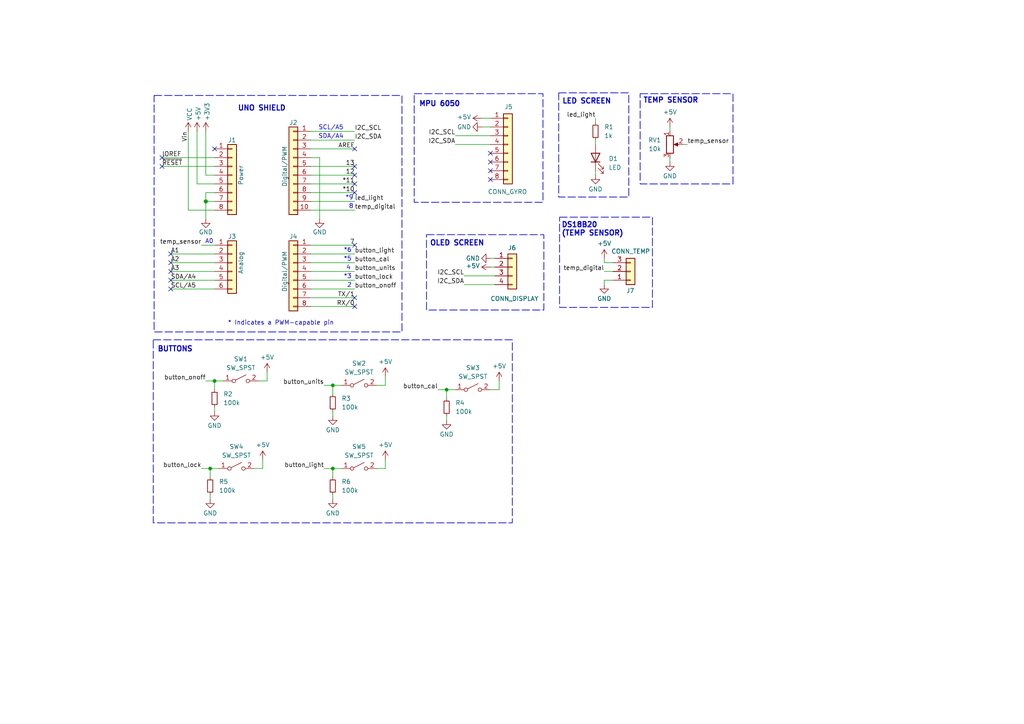
<source format=kicad_sch>
(kicad_sch (version 20231120) (generator "eeschema") (generator_version "8.0")
  (paper "A4")
  (title_block (title "Uno Shield ThermoPro") (date "2025-01-31") (rev "1.0") (company "Luciano Henriquez"))
  (lib_symbols
    (symbol "Connector_Generic:Conn_01x03" (pin_names (offset 1.016) hide)
      (property "Reference" "J" (at 0 5.08 0))
      (property "Value" "Conn_01x03" (at 0 -5.08 0))
      (symbol "Conn_01x03_1_1"
        (rectangle (start -1.27 -2.413) (end 0 -2.667) (stroke (width 0.1524)))
        (rectangle (start -1.27 0.127) (end 0 -0.127) (stroke (width 0.1524)))
        (rectangle (start -1.27 2.667) (end 0 2.413) (stroke (width 0.1524)))
        (rectangle (start -1.27 3.81) (end 1.27 -3.81) (stroke (width 0.254)) (fill (type background)))
        (pin passive line (at -5.08 2.54 0) (length 3.81) (name "Pin_1") (number "1"))
        (pin passive line (at -5.08 0 0) (length 3.81) (name "Pin_2") (number "2"))
        (pin passive line (at -5.08 -2.54 0) (length 3.81) (name "Pin_3") (number "3"))
      )
    )
    (symbol "Connector_Generic:Conn_01x04" (pin_names (offset 1.016) hide)
      (property "Reference" "J" (at 0 5.08 0))
      (property "Value" "Conn_01x04" (at 0 -7.62 0))
      (symbol "Conn_01x04_1_1"
        (rectangle (start -1.27 -4.953) (end 0 -5.207) (stroke (width 0.1524)))
        (rectangle (start -1.27 -2.413) (end 0 -2.667) (stroke (width 0.1524)))
        (rectangle (start -1.27 0.127) (end 0 -0.127) (stroke (width 0.1524)))
        (rectangle (start -1.27 2.667) (end 0 2.413) (stroke (width 0.1524)))
        (rectangle (start -1.27 3.81) (end 1.27 -6.35) (stroke (width 0.254)) (fill (type background)))
        (pin passive line (at -5.08 2.54 0) (length 3.81) (name "Pin_1") (number "1"))
        (pin passive line (at -5.08 0 0) (length 3.81) (name "Pin_2") (number "2"))
        (pin passive line (at -5.08 -2.54 0) (length 3.81) (name "Pin_3") (number "3"))
        (pin passive line (at -5.08 -5.08 0) (length 3.81) (name "Pin_4") (number "4"))
      )
    )
    (symbol "Connector_Generic:Conn_01x06" (pin_names (offset 1.016) hide)
      (property "Reference" "J" (at 0 7.62 0))
      (property "Value" "Conn_01x06" (at 0 -10.16 0))
      (symbol "Conn_01x06_1_1"
        (rectangle (start -1.27 -7.493) (end 0 -7.747) (stroke (width 0.1524)))
        (rectangle (start -1.27 -4.953) (end 0 -5.207) (stroke (width 0.1524)))
        (rectangle (start -1.27 -2.413) (end 0 -2.667) (stroke (width 0.1524)))
        (rectangle (start -1.27 0.127) (end 0 -0.127) (stroke (width 0.1524)))
        (rectangle (start -1.27 2.667) (end 0 2.413) (stroke (width 0.1524)))
        (rectangle (start -1.27 5.207) (end 0 4.953) (stroke (width 0.1524)))
        (rectangle (start -1.27 6.35) (end 1.27 -8.89) (stroke (width 0.254)) (fill (type background)))
        (pin passive line (at -5.08 5.08 0) (length 3.81) (name "Pin_1") (number "1"))
        (pin passive line (at -5.08 2.54 0) (length 3.81) (name "Pin_2") (number "2"))
        (pin passive line (at -5.08 0 0) (length 3.81) (name "Pin_3") (number "3"))
        (pin passive line (at -5.08 -2.54 0) (length 3.81) (name "Pin_4") (number "4"))
        (pin passive line (at -5.08 -5.08 0) (length 3.81) (name "Pin_5") (number "5"))
        (pin passive line (at -5.08 -7.62 0) (length 3.81) (name "Pin_6") (number "6"))
      )
    )
    (symbol "Connector_Generic:Conn_01x08" (pin_names (offset 1.016) hide)
      (property "Reference" "J" (at 0 10.16 0))
      (property "Value" "Conn_01x08" (at 0 -12.7 0))
      (symbol "Conn_01x08_1_1"
        (rectangle (start -1.27 -10.033) (end 0 -10.287) (stroke (width 0.1524)))
        (rectangle (start -1.27 -7.493) (end 0 -7.747) (stroke (width 0.1524)))
        (rectangle (start -1.27 -4.953) (end 0 -5.207) (stroke (width 0.1524)))
        (rectangle (start -1.27 -2.413) (end 0 -2.667) (stroke (width 0.1524)))
        (rectangle (start -1.27 0.127) (end 0 -0.127) (stroke (width 0.1524)))
        (rectangle (start -1.27 2.667) (end 0 2.413) (stroke (width 0.1524)))
        (rectangle (start -1.27 5.207) (end 0 4.953) (stroke (width 0.1524)))
        (rectangle (start -1.27 7.747) (end 0 7.493) (stroke (width 0.1524)))
        (rectangle (start -1.27 8.89) (end 1.27 -11.43) (stroke (width 0.254)) (fill (type background)))
        (pin passive line (at -5.08 7.62 0) (length 3.81) (name "Pin_1") (number "1"))
        (pin passive line (at -5.08 5.08 0) (length 3.81) (name "Pin_2") (number "2"))
        (pin passive line (at -5.08 2.54 0) (length 3.81) (name "Pin_3") (number "3"))
        (pin passive line (at -5.08 0 0) (length 3.81) (name "Pin_4") (number "4"))
        (pin passive line (at -5.08 -2.54 0) (length 3.81) (name "Pin_5") (number "5"))
        (pin passive line (at -5.08 -5.08 0) (length 3.81) (name "Pin_6") (number "6"))
        (pin passive line (at -5.08 -7.62 0) (length 3.81) (name "Pin_7") (number "7"))
        (pin passive line (at -5.08 -10.16 0) (length 3.81) (name "Pin_8") (number "8"))
      )
    )
    (symbol "Connector_Generic:Conn_01x10" (pin_names (offset 1.016) hide)
      (property "Reference" "J" (at 0 12.7 0))
      (property "Value" "Conn_01x10" (at 0 -15.24 0))
      (symbol "Conn_01x10_1_1"
        (rectangle (start -1.27 -12.573) (end 0 -12.827) (stroke (width 0.1524)))
        (rectangle (start -1.27 -10.033) (end 0 -10.287) (stroke (width 0.1524)))
        (rectangle (start -1.27 -7.493) (end 0 -7.747) (stroke (width 0.1524)))
        (rectangle (start -1.27 -4.953) (end 0 -5.207) (stroke (width 0.1524)))
        (rectangle (start -1.27 -2.413) (end 0 -2.667) (stroke (width 0.1524)))
        (rectangle (start -1.27 0.127) (end 0 -0.127) (stroke (width 0.1524)))
        (rectangle (start -1.27 2.667) (end 0 2.413) (stroke (width 0.1524)))
        (rectangle (start -1.27 5.207) (end 0 4.953) (stroke (width 0.1524)))
        (rectangle (start -1.27 7.747) (end 0 7.493) (stroke (width 0.1524)))
        (rectangle (start -1.27 10.287) (end 0 10.033) (stroke (width 0.1524)))
        (rectangle (start -1.27 11.43) (end 1.27 -13.97) (stroke (width 0.254)) (fill (type background)))
        (pin passive line (at -5.08 10.16 0) (length 3.81) (name "Pin_1") (number "1"))
        (pin passive line (at -5.08 -12.7 0) (length 3.81) (name "Pin_10") (number "10"))
        (pin passive line (at -5.08 7.62 0) (length 3.81) (name "Pin_2") (number "2"))
        (pin passive line (at -5.08 5.08 0) (length 3.81) (name "Pin_3") (number "3"))
        (pin passive line (at -5.08 2.54 0) (length 3.81) (name "Pin_4") (number "4"))
        (pin passive line (at -5.08 0 0) (length 3.81) (name "Pin_5") (number "5"))
        (pin passive line (at -5.08 -2.54 0) (length 3.81) (name "Pin_6") (number "6"))
        (pin passive line (at -5.08 -5.08 0) (length 3.81) (name "Pin_7") (number "7"))
        (pin passive line (at -5.08 -7.62 0) (length 3.81) (name "Pin_8") (number "8"))
        (pin passive line (at -5.08 -10.16 0) (length 3.81) (name "Pin_9") (number "9"))
      )
    )
    (symbol "Device:LED" (pin_numbers hide) (pin_names (offset 1.016) hide)
      (property "Reference" "D" (at 0 2.54 0))
      (property "Value" "LED" (at 0 -2.54 0))
      (symbol "LED_0_1"
        (polyline (pts (xy -1.27 -1.27) (xy -1.27 1.27)) (stroke (width 0.254)))
        (polyline (pts (xy -1.27 0) (xy 1.27 0)))
        (polyline (pts (xy 1.27 -1.27) (xy 1.27 1.27) (xy -1.27 0) (xy 1.27 -1.27)) (stroke (width 0.254)))
        (polyline (pts (xy -3.048 -0.762) (xy -4.572 -2.286) (xy -3.81 -2.286) (xy -4.572 -2.286) (xy -4.572 -1.524)))
        (polyline (pts (xy -1.778 -0.762) (xy -3.302 -2.286) (xy -2.54 -2.286) (xy -3.302 -2.286) (xy -3.302 -1.524)))
      )
      (symbol "LED_1_1"
        (pin passive line (at -3.81 0 0) (length 2.54) (name "K") (number "1"))
        (pin passive line (at 3.81 0 180) (length 2.54) (name "A") (number "2"))
      )
    )
    (symbol "Device:R_Potentiometer" (pin_names (offset 1.016) hide)
      (property "Reference" "RV" (at -4.445 0 90))
      (property "Value" "R_Potentiometer" (at -2.54 0 90))
      (symbol "R_Potentiometer_0_1"
        (polyline (pts (xy 2.54 0) (xy 1.524 0)))
        (polyline (pts (xy 1.143 0) (xy 2.286 0.508) (xy 2.286 -0.508) (xy 1.143 0)) (fill (type outline)))
        (rectangle (start 1.016 2.54) (end -1.016 -2.54) (stroke (width 0.254)))
      )
      (symbol "R_Potentiometer_1_1"
        (pin passive line (at 0 3.81 270) (length 1.27) (name "1") (number "1"))
        (pin passive line (at 3.81 0 180) (length 1.27) (name "2") (number "2"))
        (pin passive line (at 0 -3.81 90) (length 1.27) (name "3") (number "3"))
      )
    )
    (symbol "Device:R_Small" (pin_numbers hide) (pin_names (offset 0.254) hide)
      (property "Reference" "R" (at 0.762 0.508 0))
      (property "Value" "R_Small" (at 0.762 -1.016 0))
      (symbol "R_Small_0_1"
        (rectangle (start -0.762 1.778) (end 0.762 -1.778) (stroke (width 0.2032)))
      )
      (symbol "R_Small_1_1"
        (pin passive line (at 0 2.54 270) (length 0.762) (name "~") (number "1"))
        (pin passive line (at 0 -2.54 90) (length 0.762) (name "~") (number "2"))
      )
    )
    (symbol "Switch:SW_SPST" (pin_names (offset 0) hide)
      (property "Reference" "SW" (at 0 3.175 0))
      (property "Value" "SW_SPST" (at 0 -2.54 0))
      (symbol "SW_SPST_0_0"
        (circle (center -2.032 0) (radius 0.508))
        (polyline (pts (xy -1.524 0.254) (xy 1.524 1.778)))
        (circle (center 2.032 0) (radius 0.508))
      )
      (symbol "SW_SPST_1_1"
        (pin passive line (at -5.08 0 0) (length 2.54) (name "A") (number "1"))
        (pin passive line (at 5.08 0 180) (length 2.54) (name "B") (number "2"))
      )
    )
    (symbol "power:+3V3" (power) (pin_names (offset 0))
      (property "Value" "+3V3" (at 0 3.556 0))
      (symbol "+3V3_0_1"
        (polyline (pts (xy -0.762 1.27) (xy 0 2.54)))
        (polyline (pts (xy 0 0) (xy 0 2.54)))
        (polyline (pts (xy 0 2.54) (xy 0.762 1.27)))
      )
      (symbol "+3V3_1_1"
        (pin power_in line (at 0 0 90) (length 0) hide (name "+3V3") (number "1"))
      )
    )
    (symbol "power:+5V" (power) (pin_names (offset 0))
      (property "Value" "+5V" (at 0 3.556 0))
      (symbol "+5V_0_1"
        (polyline (pts (xy -0.762 1.27) (xy 0 2.54)))
        (polyline (pts (xy 0 0) (xy 0 2.54)))
        (polyline (pts (xy 0 2.54) (xy 0.762 1.27)))
      )
      (symbol "+5V_1_1"
        (pin power_in line (at 0 0 90) (length 0) hide (name "+5V") (number "1"))
      )
    )
    (symbol "power:GND" (power) (pin_names (offset 0))
      (property "Value" "GND" (at 0 -3.81 0))
      (symbol "GND_0_1"
        (polyline (pts (xy 0 0) (xy 0 -1.27) (xy 1.27 -1.27) (xy 0 -2.54) (xy -1.27 -1.27) (xy 0 -1.27)))
      )
      (symbol "GND_1_1"
        (pin power_in line (at 0 0 270) (length 0) hide (name "GND") (number "1"))
      )
    )
    (symbol "power:VCC" (power) (pin_names (offset 0))
      (property "Value" "VCC" (at 0 3.81 0))
      (symbol "VCC_0_1"
        (polyline (pts (xy -0.762 1.27) (xy 0 2.54)))
        (polyline (pts (xy 0 0) (xy 0 2.54)))
        (polyline (pts (xy 0 2.54) (xy 0.762 1.27)))
      )
      (symbol "VCC_1_1"
        (pin power_in line (at 0 0 90) (length 0) hide (name "VCC") (number "1"))
      )
    )
  )
  (junction (at 96.52 135.89))
  (junction (at 59.69 58.42) (diameter 1.016))
  (junction (at 96.52 111.76))
  (junction (at 129.54 113.03))
  (junction (at 60.96 135.89))
  (junction (at 62.23 110.49))
  (no_connect (at 142.24 44.45))
  (no_connect (at 49.53 78.74))
  (no_connect (at 49.53 81.28))
  (no_connect (at 49.53 73.66))
  (no_connect (at 142.24 46.99))
  (no_connect (at 102.87 43.18))
  (no_connect (at 142.24 49.53))
  (no_connect (at 142.24 52.07))
  (no_connect (at 102.87 48.26))
  (no_connect (at 102.87 55.88))
  (no_connect (at 102.87 50.8))
  (no_connect (at 102.87 86.36))
  (no_connect (at 102.87 88.9))
  (no_connect (at 46.99 45.72))
  (no_connect (at 102.87 71.12))
  (no_connect (at 46.99 48.26))
  (no_connect (at 102.87 53.34))
  (no_connect (at 62.23 43.18))
  (no_connect (at 49.53 83.82))
  (no_connect (at 49.53 76.2))
  (wire (pts (xy 90.17 88.9) (xy 102.87 88.9)))
  (wire (pts (xy 139.7 34.29) (xy 142.24 34.29)))
  (wire (pts (xy 90.17 55.88) (xy 102.87 55.88)))
  (wire (pts (xy 132.08 41.91) (xy 142.24 41.91)))
  (wire (pts (xy 90.17 38.1) (xy 102.87 38.1)))
  (wire (pts (xy 96.52 119.38) (xy 96.52 120.65)))
  (wire (pts (xy 96.52 138.43) (xy 96.52 135.89)))
  (wire (pts (xy 59.69 55.88) (xy 59.69 58.42)))
  (wire (pts (xy 49.53 83.82) (xy 62.23 83.82)))
  (wire (pts (xy 58.42 71.12) (xy 62.23 71.12)))
  (wire (pts (xy 93.98 135.89) (xy 96.52 135.89)))
  (wire (pts (xy 134.62 82.55) (xy 143.51 82.55)))
  (wire (pts (xy 59.69 58.42) (xy 59.69 63.5)))
  (wire (pts (xy 59.69 50.8) (xy 62.23 50.8)))
  (wire (pts (xy 177.8 76.2) (xy 175.26 76.2)))
  (wire (pts (xy 57.15 53.34) (xy 62.23 53.34)))
  (wire (pts (xy 73.66 135.89) (xy 76.2 135.89)))
  (wire (pts (xy 194.31 36.83) (xy 194.31 38.1)))
  (wire (pts (xy 57.15 38.1) (xy 57.15 53.34)))
  (wire (pts (xy 96.52 135.89) (xy 99.06 135.89)))
  (wire (pts (xy 175.26 81.28) (xy 175.26 82.55)))
  (wire (pts (xy 90.17 48.26) (xy 102.87 48.26)))
  (wire (pts (xy 59.69 38.1) (xy 59.69 50.8)))
  (wire (pts (xy 90.17 71.12) (xy 102.87 71.12)))
  (wire (pts (xy 96.52 111.76) (xy 99.06 111.76)))
  (wire (pts (xy 90.17 50.8) (xy 102.87 50.8)))
  (wire (pts (xy 90.17 73.66) (xy 102.87 73.66)))
  (wire (pts (xy 109.22 111.76) (xy 111.76 111.76)))
  (wire (pts (xy 144.78 113.03) (xy 144.78 110.49)))
  (wire (pts (xy 142.24 74.93) (xy 143.51 74.93)))
  (wire (pts (xy 62.23 118.11) (xy 62.23 119.38)))
  (wire (pts (xy 109.22 135.89) (xy 111.76 135.89)))
  (wire (pts (xy 90.17 58.42) (xy 102.87 58.42)))
  (wire (pts (xy 59.69 110.49) (xy 62.23 110.49)))
  (wire (pts (xy 129.54 115.57) (xy 129.54 113.03)))
  (wire (pts (xy 93.98 111.76) (xy 96.52 111.76)))
  (wire (pts (xy 90.17 78.74) (xy 102.87 78.74)))
  (wire (pts (xy 60.96 143.51) (xy 60.96 144.78)))
  (wire (pts (xy 46.99 45.72) (xy 62.23 45.72)))
  (wire (pts (xy 74.93 110.49) (xy 77.47 110.49)))
  (wire (pts (xy 172.72 40.64) (xy 172.72 41.91)))
  (wire (pts (xy 92.71 45.72) (xy 92.71 63.5)))
  (wire (pts (xy 96.52 143.51) (xy 96.52 144.78)))
  (wire (pts (xy 90.17 43.18) (xy 102.87 43.18)))
  (wire (pts (xy 198.12 41.91) (xy 199.39 41.91)))
  (wire (pts (xy 134.62 80.01) (xy 143.51 80.01)))
  (wire (pts (xy 175.26 76.2) (xy 175.26 74.93)))
  (wire (pts (xy 62.23 76.2) (xy 49.53 76.2)))
  (wire (pts (xy 46.99 48.26) (xy 62.23 48.26)))
  (wire (pts (xy 62.23 113.03) (xy 62.23 110.49)))
  (wire (pts (xy 62.23 58.42) (xy 59.69 58.42)))
  (wire (pts (xy 177.8 81.28) (xy 175.26 81.28)))
  (wire (pts (xy 194.31 46.99) (xy 194.31 45.72)))
  (wire (pts (xy 62.23 60.96) (xy 54.61 60.96)))
  (wire (pts (xy 111.76 111.76) (xy 111.76 109.22)))
  (wire (pts (xy 49.53 73.66) (xy 62.23 73.66)))
  (wire (pts (xy 175.26 78.74) (xy 177.8 78.74)))
  (wire (pts (xy 139.7 36.83) (xy 142.24 36.83)))
  (wire (pts (xy 129.54 120.65) (xy 129.54 121.92)))
  (wire (pts (xy 127 113.03) (xy 129.54 113.03)))
  (wire (pts (xy 90.17 45.72) (xy 92.71 45.72)))
  (wire (pts (xy 142.24 113.03) (xy 144.78 113.03)))
  (wire (pts (xy 111.76 135.89) (xy 111.76 133.35)))
  (wire (pts (xy 60.96 135.89) (xy 63.5 135.89)))
  (wire (pts (xy 62.23 55.88) (xy 59.69 55.88)))
  (wire (pts (xy 96.52 114.3) (xy 96.52 111.76)))
  (wire (pts (xy 62.23 110.49) (xy 64.77 110.49)))
  (wire (pts (xy 90.17 53.34) (xy 102.87 53.34)))
  (wire (pts (xy 129.54 113.03) (xy 132.08 113.03)))
  (wire (pts (xy 58.42 135.89) (xy 60.96 135.89)))
  (wire (pts (xy 90.17 76.2) (xy 102.87 76.2)))
  (wire (pts (xy 142.24 77.47) (xy 143.51 77.47)))
  (wire (pts (xy 49.53 78.74) (xy 62.23 78.74)))
  (wire (pts (xy 76.2 135.89) (xy 76.2 133.35)))
  (wire (pts (xy 60.96 138.43) (xy 60.96 135.89)))
  (wire (pts (xy 172.72 49.53) (xy 172.72 50.8)))
  (wire (pts (xy 132.08 39.37) (xy 142.24 39.37)))
  (wire (pts (xy 77.47 110.49) (xy 77.47 107.95)))
  (wire (pts (xy 90.17 40.64) (xy 102.87 40.64)))
  (wire (pts (xy 90.17 83.82) (xy 102.87 83.82)))
  (wire (pts (xy 172.72 34.29) (xy 172.72 35.56)))
  (wire (pts (xy 90.17 81.28) (xy 102.87 81.28)))
  (wire (pts (xy 90.17 86.36) (xy 102.87 86.36)))
  (wire (pts (xy 54.61 60.96) (xy 54.61 38.1)))
  (wire (pts (xy 62.23 81.28) (xy 49.53 81.28)))
  (wire (pts (xy 90.17 60.96) (xy 102.87 60.96)))
  (rectangle (start 44.45 98.552) (end 148.59 151.638) (stroke (width 0.2) (type dash)))
  (rectangle (start 123.698 68.072) (end 157.734 89.916) (stroke (width 0.2) (type dash)))
  (rectangle (start 162.052 26.924) (end 182.372 57.15) (stroke (width 0.2) (type dash)))
  (rectangle (start 44.704 27.686) (end 116.586 96.266) (stroke (width 0.2) (type dash)))
  (rectangle (start 120.142 27.178) (end 157.48 58.674) (stroke (width 0.2) (type dash)))
  (rectangle (start 162.306 62.992) (end 189.23 89.154) (stroke (width 0.2) (type dash)))
  (rectangle (start 185.674 27.178) (end 212.598 53.34) (stroke (width 0.2) (type dash)))
  (text "DS18B20\n(TEMP SENSOR)" (at 162.814 66.548 0) (effects (font (size 1.5 1.5) (thickness 0.3) (bold yes)) (justify left)))
  (text "OLED SCREEN" (at 132.588 70.612 0) (effects (font (size 1.5 1.5) (thickness 0.3) (bold yes))))
  (text "A0\n" (at 60.706 70.104 0) (effects (font (size 1.27 1.27))))
  (text "LED SCREEN" (at 170.18 29.464 0) (effects (font (size 1.5 1.5) (thickness 0.3) (bold yes))))
  (text "8" (at 101.854 59.944 0) (effects (font (size 1.27 1.27))))
  (text "*9" (at 101.346 57.404 0) (effects (font (size 1.27 1.27))))
  (text "TEMP SENSOR" (at 194.564 29.21 0) (effects (font (size 1.5 1.5) (thickness 0.3) (bold yes))))
  (text "UNO SHIELD" (at 75.946 31.496 0) (effects (font (size 1.5 1.5) (thickness 0.3) (bold yes))))
  (text "MPU 6050" (at 127.508 30.226 0) (effects (font (size 1.5 1.5) (thickness 0.3) (bold yes))))
  (text "SCL/A5" (at 96.012 37.084 0) (effects (font (size 1.27 1.27))))
  (text "*6" (at 100.838 72.644 0) (effects (font (size 1.27 1.27))))
  (text "SDA/A4" (at 96.012 39.624 0) (effects (font (size 1.27 1.27))))
  (text "BUTTONS" (at 50.8 101.346 0) (effects (font (size 1.5 1.5) (thickness 0.3) (bold yes))))
  (text "*5" (at 100.838 75.184 0) (effects (font (size 1.27 1.27))))
  (text "*3" (at 100.838 80.264 0) (effects (font (size 1.27 1.27))))
  (text "* Indicates a PWM-capable pin" (at 66.04 94.488 0) (effects (font (size 1.27 1.27)) (justify left bottom)))
  (text "2\n" (at 101.346 82.804 0) (effects (font (size 1.27 1.27))))
  (text "4" (at 101.092 77.724 0) (effects (font (size 1.27 1.27))))
  (label "RX{slash}0" (at 102.87 88.9 180))
  (label "button_light" (at 93.98 135.89 180))
  (label "A2" (at 49.53 76.2 0))
  (label "I2C_SDA" (at 134.62 82.55 180))
  (label "button_cal" (at 127 113.03 180))
  (label "A3" (at 49.53 78.74 0))
  (label "I2C_SCL" (at 132.08 39.37 180))
  (label "button_onoff" (at 59.69 110.49 180))
  (label "13" (at 102.87 48.26 180))
  (label "12" (at 102.87 50.8 180))
  (label "~{RESET}" (at 46.99 48.26 0))
  (label "I2C_SCL" (at 102.87 38.1 0))
  (label "I2C_SDA" (at 102.87 40.64 0))
  (label "*10" (at 102.87 55.88 180))
  (label "I2C_SCL" (at 134.62 80.01 180))
  (label "button_cal" (at 102.87 76.2 0))
  (label "temp_sensor" (at 58.42 71.12 180))
  (label "temp_digital" (at 175.26 78.74 180))
  (label "button_onoff" (at 102.87 83.82 0))
  (label "7" (at 102.87 71.12 180))
  (label "button_units" (at 102.87 78.74 0))
  (label "*11" (at 102.87 53.34 180))
  (label "button_lock" (at 58.42 135.89 180))
  (label "led_light" (at 102.87 58.42 0))
  (label "led_light" (at 172.72 34.29 180))
  (label "temp_digital" (at 102.87 60.96 0))
  (label "A1" (at 49.53 73.66 0))
  (label "TX{slash}1" (at 102.87 86.36 180))
  (label "button_units" (at 93.98 111.76 180))
  (label "AREF" (at 102.87 43.18 180))
  (label "I2C_SDA" (at 132.08 41.91 180))
  (label "Vin" (at 54.61 38.1 270))
  (label "button_lock" (at 102.87 81.28 0))
  (label "IOREF" (at 46.99 45.72 0))
  (label "button_light" (at 102.87 73.66 0))
  (label "SDA{slash}A4" (at 49.53 81.28 0))
  (label "SCL{slash}A5" (at 49.53 83.82 0))
  (label "temp_sensor" (at 199.39 41.91 0))
  (symbol (lib_id "Connector_Generic:Conn_01x08") (at 67.31 50.8 0) (unit 1)
    (property "Reference" "J1" (at 67.31 40.64 0))
    (property "Value" "Power" (at 69.85 50.8 90))
    (property "Footprint" "Connector_PinSocket_2.54mm:PinSocket_1x08_P2.54mm_Vertical" (effects (hide yes)))
  )
  (symbol (lib_id "power:+3V3") (at 59.69 38.1 0) (unit 1)
    (property "Reference" "#PWR03" (effects (hide yes)))
    (property "Value" "+3V3" (at 60.071 35.052 90) (effects (justify left)))
  )
  (symbol (lib_id "power:+5V") (at 57.15 38.1 0) (unit 1)
    (property "Reference" "#PWR02" (effects (hide yes)))
    (property "Value" "+5V" (at 57.5056 35.052 90) (effects (justify left)))
  )
  (symbol (lib_id "power:GND") (at 59.69 63.5 0) (unit 1)
    (property "Reference" "#PWR07" (effects (hide yes)))
    (property "Value" "GND" (at 59.69 67.31 0))
  )
  (symbol (lib_id "Connector_Generic:Conn_01x10") (at 85.09 48.26 0) (mirror y) (unit 1)
    (property "Reference" "J2" (at 85.09 35.56 0))
    (property "Value" "Digital/PWM" (at 82.55 48.26 90))
    (property "Footprint" "Connector_PinSocket_2.54mm:PinSocket_1x10_P2.54mm_Vertical" (effects (hide yes)))
  )
  (symbol (lib_id "power:GND") (at 92.71 63.5 0) (unit 1)
    (property "Reference" "#PWR08" (effects (hide yes)))
    (property "Value" "GND" (at 92.71 67.31 0))
  )
  (symbol (lib_id "Connector_Generic:Conn_01x06") (at 67.31 76.2 0) (unit 1)
    (property "Reference" "J3" (at 67.31 68.58 0))
    (property "Value" "Analog" (at 69.85 76.2 90))
    (property "Footprint" "Connector_PinSocket_2.54mm:PinSocket_1x06_P2.54mm_Vertical" (effects (hide yes)))
  )
  (symbol (lib_id "Connector_Generic:Conn_01x08") (at 85.09 78.74 0) (mirror y) (unit 1)
    (property "Reference" "J4" (at 85.09 68.58 0))
    (property "Value" "Digital/PWM" (at 82.55 78.74 90))
    (property "Footprint" "Connector_PinSocket_2.54mm:PinSocket_1x08_P2.54mm_Vertical" (effects (hide yes)))
  )
  (symbol (lib_id "power:GND") (at 62.23 119.38 0) (unit 1)
    (property "Reference" "#PWR016" (effects (hide yes)))
    (property "Value" "GND" (at 62.23 123.444 0))
  )
  (symbol (lib_id "Device:R_Small") (at 62.23 115.57 0) (unit 1)
    (property "Reference" "R2" (at 64.77 114.2999 0) (effects (justify left)))
    (property "Value" "100k" (at 64.77 116.8399 0) (effects (justify left)))
    (property "Footprint" "Resistor_THT:R_Axial_DIN0207_L6.3mm_D2.5mm_P10.16mm_Horizontal" (effects (hide yes)))
    (property "Description" "Resistor, small symbol" (effects (hide yes)))
  )
  (symbol (lib_id "Switch:SW_SPST") (at 104.14 111.76 0) (unit 1)
    (property "Reference" "SW2" (at 104.14 105.41 0))
    (property "Value" "SW_SPST" (at 104.14 107.95 0))
    (property "Footprint" "Button_Switch_THT:SW_PUSH_6mm" (effects (hide yes)))
    (property "Description" "Single Pole Single Throw (SPST) switch" (effects (hide yes)))
  )
  (symbol (lib_id "power:+5V") (at 77.47 107.95 0) (unit 1)
    (property "Reference" "#PWR013" (effects (hide yes)))
    (property "Value" "+5V" (at 75.438 103.632 0) (effects (justify left)))
  )
  (symbol (lib_id "power:+5V") (at 139.7 34.29 90) (unit 1)
    (property "Reference" "#PWR04" (effects (hide yes)))
    (property "Value" "+5V" (at 136.652 33.9344 90) (effects (justify left)))
  )
  (symbol (lib_id "power:GND") (at 142.24 74.93 270) (unit 1)
    (property "Reference" "#PWR09" (effects (hide yes)))
    (property "Value" "GND" (at 137.16 74.93 90))
  )
  (symbol (lib_id "power:+5V") (at 194.31 36.83 0) (unit 1)
    (property "Reference" "#PWR011" (effects (hide yes)))
    (property "Value" "+5V" (at 192.278 32.512 0) (effects (justify left)))
  )
  (symbol (lib_id "Device:R_Potentiometer") (at 194.31 41.91 0) (unit 1)
    (property "Reference" "RV1" (at 191.77 40.6399 0) (effects (justify right)))
    (property "Value" "10k" (at 191.77 43.1799 0) (effects (justify right)))
    (property "Footprint" "Potentiometer_THT:Potentiometer_Bourns_3386P_Vertical" (effects (hide yes)))
    (property "Description" "Potentiometer" (effects (hide yes)))
  )
  (symbol (lib_id "power:VCC") (at 54.61 38.1 0) (unit 1)
    (property "Reference" "#PWR01" (effects (hide yes)))
    (property "Value" "VCC" (at 54.991 35.052 90) (effects (justify left)))
  )
  (symbol (lib_id "Switch:SW_SPST") (at 137.16 113.03 0) (unit 1)
    (property "Reference" "SW3" (at 137.16 106.68 0))
    (property "Value" "SW_SPST" (at 137.16 109.22 0))
    (property "Footprint" "Button_Switch_THT:SW_PUSH_6mm" (effects (hide yes)))
    (property "Description" "Single Pole Single Throw (SPST) switch" (effects (hide yes)))
  )
  (symbol (lib_id "power:+5V") (at 111.76 109.22 0) (unit 1)
    (property "Reference" "#PWR014" (effects (hide yes)))
    (property "Value" "+5V" (at 109.728 104.902 0) (effects (justify left)))
  )
  (symbol (lib_id "Device:R_Small") (at 96.52 116.84 0) (unit 1)
    (property "Reference" "R3" (at 99.06 115.5699 0) (effects (justify left)))
    (property "Value" "100k" (at 99.06 118.1099 0) (effects (justify left)))
    (property "Footprint" "Resistor_THT:R_Axial_DIN0207_L6.3mm_D2.5mm_P10.16mm_Horizontal" (effects (hide yes)))
    (property "Description" "Resistor, small symbol" (effects (hide yes)))
  )
  (symbol (lib_id "Switch:SW_SPST") (at 104.14 135.89 0) (unit 1)
    (property "Reference" "SW5" (at 104.14 129.54 0))
    (property "Value" "SW_SPST" (at 104.14 132.08 0))
    (property "Footprint" "Button_Switch_THT:SW_PUSH_6mm" (effects (hide yes)))
    (property "Description" "Single Pole Single Throw (SPST) switch" (effects (hide yes)))
  )
  (symbol (lib_id "Connector_Generic:Conn_01x03") (at 182.88 78.74 0) (mirror x) (unit 1)
    (property "Reference" "J7" (at 181.61 84.328 0) (effects (justify left)))
    (property "Value" "CONN_TEMP" (at 177.292 72.898 0) (effects (justify left)))
    (property "Footprint" "Connector_JST:JST_XH_B3B-XH-A_1x03_P2.50mm_Vertical" (effects (hide yes)))
    (property "Description" "Generic connector, single row, 01x03, script generated (kicad-library-utils/schlib/autogen/connector/)" (effects (hide yes)))
  )
  (symbol (lib_id "power:GND") (at 129.54 121.92 0) (unit 1)
    (property "Reference" "#PWR018" (effects (hide yes)))
    (property "Value" "GND" (at 129.54 125.984 0))
  )
  (symbol (lib_id "power:GND") (at 194.31 46.99 0) (unit 1)
    (property "Reference" "#PWR012" (effects (hide yes)))
    (property "Value" "GND" (at 194.31 51.054 0))
  )
  (symbol (lib_id "power:GND") (at 96.52 144.78 0) (unit 1)
    (property "Reference" "#PWR022" (effects (hide yes)))
    (property "Value" "GND" (at 96.52 148.844 0))
  )
  (symbol (lib_id "Device:R_Small") (at 60.96 140.97 0) (unit 1)
    (property "Reference" "R5" (at 63.5 139.6999 0) (effects (justify left)))
    (property "Value" "100k" (at 63.5 142.2399 0) (effects (justify left)))
    (property "Footprint" "Resistor_THT:R_Axial_DIN0207_L6.3mm_D2.5mm_P10.16mm_Horizontal" (effects (hide yes)))
    (property "Description" "Resistor, small symbol" (effects (hide yes)))
  )
  (symbol (lib_id "Device:R_Small") (at 96.52 140.97 0) (unit 1)
    (property "Reference" "R6" (at 99.06 139.6999 0) (effects (justify left)))
    (property "Value" "100k" (at 99.06 142.2399 0) (effects (justify left)))
    (property "Footprint" "Resistor_THT:R_Axial_DIN0207_L6.3mm_D2.5mm_P10.16mm_Horizontal" (effects (hide yes)))
    (property "Description" "Resistor, small symbol" (effects (hide yes)))
  )
  (symbol (lib_id "power:GND") (at 172.72 50.8 0) (unit 1)
    (property "Reference" "#PWR06" (effects (hide yes)))
    (property "Value" "GND" (at 172.72 54.864 0))
  )
  (symbol (lib_id "power:GND") (at 60.96 144.78 0) (unit 1)
    (property "Reference" "#PWR021" (effects (hide yes)))
    (property "Value" "GND" (at 60.96 148.844 0))
  )
  (symbol (lib_id "power:+5V") (at 111.76 133.35 0) (unit 1)
    (property "Reference" "#PWR020" (effects (hide yes)))
    (property "Value" "+5V" (at 109.728 129.032 0) (effects (justify left)))
  )
  (symbol (lib_id "power:+5V") (at 175.26 74.93 0) (unit 1)
    (property "Reference" "#PWR023" (effects (hide yes)))
    (property "Value" "+5V" (at 173.228 70.612 0) (effects (justify left)))
  )
  (symbol (lib_id "Connector_Generic:Conn_01x08") (at 147.32 41.91 0) (unit 1)
    (property "Reference" "J5" (at 146.304 30.988 0) (effects (justify left)))
    (property "Value" "CONN_GYRO" (at 141.478 55.626 0) (effects (justify left)))
    (property "Footprint" "Connector_PinSocket_2.54mm:PinSocket_1x08_P2.54mm_Vertical" (effects (hide yes)))
    (property "Description" "Generic connector, single row, 01x08, script generated (kicad-library-utils/schlib/autogen/connector/)" (effects (hide yes)))
  )
  (symbol (lib_id "Switch:SW_SPST") (at 69.85 110.49 0) (unit 1)
    (property "Reference" "SW1" (at 69.85 104.14 0))
    (property "Value" "SW_SPST" (at 69.85 106.68 0))
    (property "Footprint" "Button_Switch_THT:SW_PUSH_6mm" (effects (hide yes)))
    (property "Description" "Single Pole Single Throw (SPST) switch" (effects (hide yes)))
  )
  (symbol (lib_id "power:GND") (at 139.7 36.83 270) (unit 1)
    (property "Reference" "#PWR05" (effects (hide yes)))
    (property "Value" "GND" (at 134.62 36.83 90))
  )
  (symbol (lib_id "power:+5V") (at 144.78 110.49 0) (unit 1)
    (property "Reference" "#PWR015" (effects (hide yes)))
    (property "Value" "+5V" (at 142.748 106.172 0) (effects (justify left)))
  )
  (symbol (lib_id "power:+5V") (at 142.24 77.47 90) (unit 1)
    (property "Reference" "#PWR010" (effects (hide yes)))
    (property "Value" "+5V" (at 139.192 77.1144 90) (effects (justify left)))
  )
  (symbol (lib_id "power:GND") (at 175.26 82.55 0) (unit 1)
    (property "Reference" "#PWR024" (effects (hide yes)))
    (property "Value" "GND" (at 175.26 86.614 0))
  )
  (symbol (lib_id "Device:LED") (at 172.72 45.72 90) (unit 1)
    (property "Reference" "D1" (at 176.53 46.0374 90) (effects (justify right)))
    (property "Value" "LED" (at 176.53 48.5774 90) (effects (justify right)))
    (property "Footprint" "LED_THT:LED_D5.0mm" (effects (hide yes)))
    (property "Description" "Light emitting diode" (effects (hide yes)))
  )
  (symbol (lib_id "power:GND") (at 96.52 120.65 0) (unit 1)
    (property "Reference" "#PWR017" (effects (hide yes)))
    (property "Value" "GND" (at 96.52 124.714 0))
  )
  (symbol (lib_id "Switch:SW_SPST") (at 68.58 135.89 0) (unit 1)
    (property "Reference" "SW4" (at 68.58 129.54 0))
    (property "Value" "SW_SPST" (at 68.58 132.08 0))
    (property "Footprint" "Button_Switch_THT:SW_PUSH_6mm" (effects (hide yes)))
    (property "Description" "Single Pole Single Throw (SPST) switch" (effects (hide yes)))
  )
  (symbol (lib_id "Device:R_Small") (at 129.54 118.11 0) (unit 1)
    (property "Reference" "R4" (at 132.08 116.8399 0) (effects (justify left)))
    (property "Value" "100k" (at 132.08 119.3799 0) (effects (justify left)))
    (property "Footprint" "Resistor_THT:R_Axial_DIN0207_L6.3mm_D2.5mm_P10.16mm_Horizontal" (effects (hide yes)))
    (property "Description" "Resistor, small symbol" (effects (hide yes)))
  )
  (symbol (lib_id "Device:R_Small") (at 172.72 38.1 0) (unit 1)
    (property "Reference" "R1" (at 175.26 36.8299 0) (effects (justify left)))
    (property "Value" "1k" (at 175.26 39.3699 0) (effects (justify left)))
    (property "Footprint" "Resistor_THT:R_Axial_DIN0207_L6.3mm_D2.5mm_P10.16mm_Horizontal" (effects (hide yes)))
    (property "Description" "Resistor, small symbol" (effects (hide yes)))
  )
  (symbol (lib_id "Connector_Generic:Conn_01x04") (at 148.59 77.47 0) (unit 1)
    (property "Reference" "J6" (at 147.32 71.882 0) (effects (justify left)))
    (property "Value" "CONN_DISPLAY" (at 142.24 86.614 0) (effects (justify left)))
    (property "Footprint" "Connector_PinSocket_2.54mm:PinSocket_1x04_P2.54mm_Vertical" (effects (hide yes)))
    (property "Description" "Generic connector, single row, 01x04, script generated (kicad-library-utils/schlib/autogen/connector/)" (effects (hide yes)))
  )
  (symbol (lib_id "power:+5V") (at 76.2 133.35 0) (unit 1)
    (property "Reference" "#PWR019" (effects (hide yes)))
    (property "Value" "+5V" (at 74.168 129.032 0) (effects (justify left)))
  )
)
</source>
